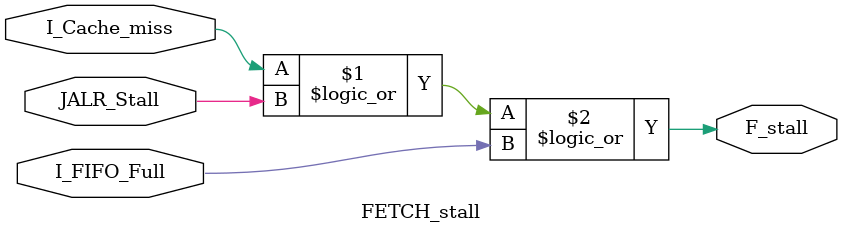
<source format=v>
`timescale 1ns / 1ps


module FETCH_stall(
    input I_Cache_miss, JALR_Stall, I_FIFO_Full,
    output F_stall
    );
    assign F_stall = I_Cache_miss || JALR_Stall || I_FIFO_Full;
endmodule

</source>
